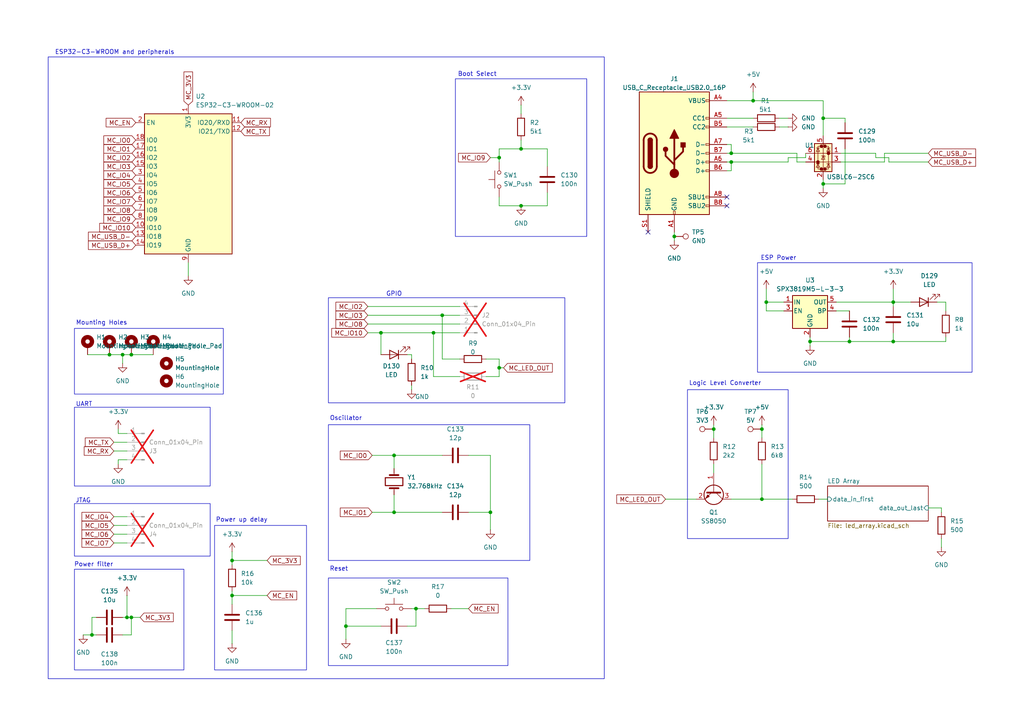
<source format=kicad_sch>
(kicad_sch (version 20250114) (generator "eeschema") (generator_version "9.0")
  (paper "A4")
  (lib_symbols
    (symbol "Connector:Conn_01x04_Pin" (pin_names (offset 1.016) (hide yes))
      (property "Reference" "J" (at 0 5.08 0))
      (property "Value" "Conn_01x04_Pin" (at 0 -7.62 0))
      (symbol "Conn_01x04_Pin_1_1"
        (rectangle (start 0.8636 2.667) (end 0 2.413) (stroke (width 0.1524)) (fill (type outline)))
        (rectangle (start 0.8636 0.127) (end 0 -0.127) (stroke (width 0.1524)) (fill (type outline)))
        (rectangle (start 0.8636 -2.413) (end 0 -2.667) (stroke (width 0.1524)) (fill (type outline)))
        (rectangle (start 0.8636 -4.953) (end 0 -5.207) (stroke (width 0.1524)) (fill (type outline)))
        (polyline (pts (xy 1.27 2.54) (xy 0.8636 2.54)) (stroke (width 0.1524)))
        (polyline (pts (xy 1.27 0) (xy 0.8636 0)) (stroke (width 0.1524)))
        (polyline (pts (xy 1.27 -2.54) (xy 0.8636 -2.54)) (stroke (width 0.1524)))
        (polyline (pts (xy 1.27 -5.08) (xy 0.8636 -5.08)) (stroke (width 0.1524)))
        (pin passive line (at 5.08 2.54 180) (length 3.81) (name "Pin_1") (number "1"))
        (pin passive line (at 5.08 0 180) (length 3.81) (name "Pin_2") (number "2"))
        (pin passive line (at 5.08 -2.54 180) (length 3.81) (name "Pin_3") (number "3"))
        (pin passive line (at 5.08 -5.08 180) (length 3.81) (name "Pin_4") (number "4"))
      )
    )
    (symbol "Connector:TestPoint" (pin_numbers (hide yes)) (pin_names (offset 0.762) (hide yes))
      (property "Reference" "TP" (at 0 6.858 0))
      (property "Value" "TestPoint" (at 0 5.08 0))
      (symbol "TestPoint_0_1"
        (circle (center 0 3.302) (radius 0.762))
      )
      (symbol "TestPoint_1_1"
        (pin passive line (at 0 0 90) (length 2.54) (name "1") (number "1"))
      )
    )
    (symbol "Connector:USB_C_Receptacle_USB2.0_16P" (pin_names (offset 1.016))
      (property "Reference" "J" (at 0 22.225 0))
      (property "Value" "USB_C_Receptacle_USB2.0_16P" (at 0 19.685 0))
      (symbol "USB_C_Receptacle_USB2.0_16P_0_0"
        (rectangle (start -0.254 -17.78) (end 0.254 -16.764))
        (rectangle (start 10.16 15.494) (end 9.144 14.986))
        (rectangle (start 10.16 10.414) (end 9.144 9.906))
        (rectangle (start 10.16 7.874) (end 9.144 7.366))
        (rectangle (start 10.16 2.794) (end 9.144 2.286))
        (rectangle (start 10.16 0.254) (end 9.144 -0.254))
        (rectangle (start 10.16 -2.286) (end 9.144 -2.794))
        (rectangle (start 10.16 -4.826) (end 9.144 -5.334))
        (rectangle (start 10.16 -12.446) (end 9.144 -12.954))
        (rectangle (start 10.16 -14.986) (end 9.144 -15.494))
      )
      (symbol "USB_C_Receptacle_USB2.0_16P_0_1"
        (rectangle (start -10.16 17.78) (end 10.16 -17.78) (stroke (width 0.254)) (fill (type background)))
        (polyline (pts (xy -8.89 -3.81) (xy -8.89 3.81)) (stroke (width 0.508)))
        (rectangle (start -7.62 -3.81) (end -6.35 3.81) (stroke (width 0.254)) (fill (type outline)))
        (arc (start -7.62 3.81) (mid -6.985 4.4423) (end -6.35 3.81) (stroke (width 0.254)))
        (arc (start -7.62 3.81) (mid -6.985 4.4423) (end -6.35 3.81) (stroke (width 0.254)) (fill (type outline)))
        (arc (start -8.89 3.81) (mid -6.985 5.7067) (end -5.08 3.81) (stroke (width 0.508)))
        (arc (start -5.08 -3.81) (mid -6.985 -5.7067) (end -8.89 -3.81) (stroke (width 0.508)))
        (arc (start -6.35 -3.81) (mid -6.985 -4.4423) (end -7.62 -3.81) (stroke (width 0.254)))
        (arc (start -6.35 -3.81) (mid -6.985 -4.4423) (end -7.62 -3.81) (stroke (width 0.254)) (fill (type outline)))
        (polyline (pts (xy -5.08 3.81) (xy -5.08 -3.81)) (stroke (width 0.508)))
        (circle (center -2.54 1.143) (radius 0.635) (stroke (width 0.254)) (fill (type outline)))
        (polyline (pts (xy -1.27 4.318) (xy 0 6.858) (xy 1.27 4.318) (xy -1.27 4.318)) (stroke (width 0.254)) (fill (type outline)))
        (polyline (pts (xy 0 -2.032) (xy 2.54 0.508) (xy 2.54 1.778)) (stroke (width 0.508)))
        (polyline (pts (xy 0 -3.302) (xy -2.54 -0.762) (xy -2.54 0.508)) (stroke (width 0.508)))
        (polyline (pts (xy 0 -5.842) (xy 0 4.318)) (stroke (width 0.508)))
        (circle (center 0 -5.842) (radius 1.27) (fill (type outline)))
        (rectangle (start 1.905 1.778) (end 3.175 3.048) (stroke (width 0.254)) (fill (type outline)))
      )
      (symbol "USB_C_Receptacle_USB2.0_16P_1_1"
        (pin passive line (at -7.62 -22.86 90) (length 5.08) (name "SHIELD") (number "S1"))
        (pin passive line (at 0 -22.86 90) (length 5.08) (name "GND") (number "A1"))
        (pin passive line (at 0 -22.86 90) (length 5.08) (hide yes) (name "GND") (number "A12"))
        (pin passive line (at 0 -22.86 90) (length 5.08) (hide yes) (name "GND") (number "B1"))
        (pin passive line (at 0 -22.86 90) (length 5.08) (hide yes) (name "GND") (number "B12"))
        (pin passive line (at 15.24 15.24 180) (length 5.08) (name "VBUS") (number "A4"))
        (pin passive line (at 15.24 15.24 180) (length 5.08) (hide yes) (name "VBUS") (number "A9"))
        (pin passive line (at 15.24 15.24 180) (length 5.08) (hide yes) (name "VBUS") (number "B4"))
        (pin passive line (at 15.24 15.24 180) (length 5.08) (hide yes) (name "VBUS") (number "B9"))
        (pin bidirectional line (at 15.24 10.16 180) (length 5.08) (name "CC1") (number "A5"))
        (pin bidirectional line (at 15.24 7.62 180) (length 5.08) (name "CC2") (number "B5"))
        (pin bidirectional line (at 15.24 2.54 180) (length 5.08) (name "D-") (number "A7"))
        (pin bidirectional line (at 15.24 0 180) (length 5.08) (name "D-") (number "B7"))
        (pin bidirectional line (at 15.24 -2.54 180) (length 5.08) (name "D+") (number "A6"))
        (pin bidirectional line (at 15.24 -5.08 180) (length 5.08) (name "D+") (number "B6"))
        (pin bidirectional line (at 15.24 -12.7 180) (length 5.08) (name "SBU1") (number "A8"))
        (pin bidirectional line (at 15.24 -15.24 180) (length 5.08) (name "SBU2") (number "B8"))
      )
    )
    (symbol "Device:C" (pin_numbers (hide yes)) (pin_names (offset 0.254))
      (property "Reference" "C" (at 0.635 2.54 0))
      (property "Value" "C" (at 0.635 -2.54 0))
      (symbol "C_0_1"
        (polyline (pts (xy -2.032 0.762) (xy 2.032 0.762)) (stroke (width 0.508)))
        (polyline (pts (xy -2.032 -0.762) (xy 2.032 -0.762)) (stroke (width 0.508)))
      )
      (symbol "C_1_1"
        (pin passive line (at 0 3.81 270) (length 2.794) (name "~") (number "1"))
        (pin passive line (at 0 -3.81 90) (length 2.794) (name "~") (number "2"))
      )
    )
    (symbol "Device:Crystal" (pin_numbers (hide yes)) (pin_names (offset 1.016) (hide yes))
      (property "Reference" "Y" (at 0 3.81 0))
      (property "Value" "Crystal" (at 0 -3.81 0))
      (symbol "Crystal_0_1"
        (polyline (pts (xy -2.54 0) (xy -1.905 0)))
        (polyline (pts (xy -1.905 -1.27) (xy -1.905 1.27)) (stroke (width 0.508)))
        (rectangle (start -1.143 2.54) (end 1.143 -2.54) (stroke (width 0.3048)))
        (polyline (pts (xy 1.905 -1.27) (xy 1.905 1.27)) (stroke (width 0.508)))
        (polyline (pts (xy 2.54 0) (xy 1.905 0)))
      )
      (symbol "Crystal_1_1"
        (pin passive line (at -3.81 0 0) (length 1.27) (name "1") (number "1"))
        (pin passive line (at 3.81 0 180) (length 1.27) (name "2") (number "2"))
      )
    )
    (symbol "Device:LED" (pin_numbers (hide yes)) (pin_names (offset 1.016) (hide yes))
      (property "Reference" "D" (at 0 2.54 0))
      (property "Value" "LED" (at 0 -2.54 0))
      (symbol "LED_0_1"
        (polyline (pts (xy -3.048 -0.762) (xy -4.572 -2.286) (xy -3.81 -2.286) (xy -4.572 -2.286) (xy -4.572 -1.524)))
        (polyline (pts (xy -1.778 -0.762) (xy -3.302 -2.286) (xy -2.54 -2.286) (xy -3.302 -2.286) (xy -3.302 -1.524)))
        (polyline (pts (xy -1.27 0) (xy 1.27 0)))
        (polyline (pts (xy -1.27 -1.27) (xy -1.27 1.27)) (stroke (width 0.254)))
        (polyline (pts (xy 1.27 -1.27) (xy 1.27 1.27) (xy -1.27 0) (xy 1.27 -1.27)) (stroke (width 0.254)))
      )
      (symbol "LED_1_1"
        (pin passive line (at -3.81 0 0) (length 2.54) (name "K") (number "1"))
        (pin passive line (at 3.81 0 180) (length 2.54) (name "A") (number "2"))
      )
    )
    (symbol "Device:R" (pin_numbers (hide yes)) (pin_names (offset 0))
      (property "Reference" "R" (at 2.032 0 90))
      (property "Value" "R" (at 0 0 90))
      (symbol "R_0_1"
        (rectangle (start -1.016 -2.54) (end 1.016 2.54) (stroke (width 0.254)))
      )
      (symbol "R_1_1"
        (pin passive line (at 0 3.81 270) (length 1.27) (name "~") (number "1"))
        (pin passive line (at 0 -3.81 90) (length 1.27) (name "~") (number "2"))
      )
    )
    (symbol "Mechanical:MountingHole" (pin_names (offset 1.016)) (in_bom no)
      (property "Reference" "H" (at 0 5.08 0))
      (property "Value" "MountingHole" (at 0 3.175 0))
      (symbol "MountingHole_0_1"
        (circle (center 0 0) (radius 1.27) (stroke (width 1.27)))
      )
    )
    (symbol "Mechanical:MountingHole_Pad" (pin_numbers (hide yes)) (pin_names (offset 1.016) (hide yes)) (in_bom no)
      (property "Reference" "H" (at 0 6.35 0))
      (property "Value" "MountingHole_Pad" (at 0 4.445 0))
      (symbol "MountingHole_Pad_0_1"
        (circle (center 0 1.27) (radius 1.27) (stroke (width 1.27)))
      )
      (symbol "MountingHole_Pad_1_1"
        (pin input line (at 0 -2.54 90) (length 2.54) (name "1") (number "1"))
      )
    )
    (symbol "Power_Protection:USBLC6-2SC6" (pin_names (hide yes))
      (property "Reference" "U" (at 0.635 5.715 0))
      (property "Value" "USBLC6-2SC6" (at 0.635 3.81 0))
      (symbol "USBLC6-2SC6_0_0"
        (circle (center -1.524 0) (radius 0.0001) (stroke (width 0.508)))
        (circle (center -0.508 2.032) (radius 0.0001) (stroke (width 0.508)))
        (circle (center -0.508 -4.572) (radius 0.0001) (stroke (width 0.508)))
        (circle (center 0.508 2.032) (radius 0.0001) (stroke (width 0.508)))
        (circle (center 0.508 -4.572) (radius 0.0001) (stroke (width 0.508)))
        (circle (center 1.524 -2.54) (radius 0.0001) (stroke (width 0.508)))
      )
      (symbol "USBLC6-2SC6_0_1"
        (polyline (pts (xy -2.54 0) (xy 2.54 0)))
        (polyline (pts (xy -2.54 -2.54) (xy 2.54 -2.54)))
        (polyline (pts (xy -2.032 0.508) (xy -1.016 0.508) (xy -1.524 1.524) (xy -2.032 0.508)))
        (polyline (pts (xy -2.032 -3.048) (xy -1.016 -3.048)))
        (polyline (pts (xy -1.016 1.524) (xy -2.032 1.524)))
        (polyline (pts (xy -1.016 -4.064) (xy -2.032 -4.064) (xy -1.524 -3.048) (xy -1.016 -4.064)))
        (polyline (pts (xy -0.508 -1.143) (xy -0.508 -0.762) (xy 0.508 -0.762)))
        (polyline (pts (xy 0 2.54) (xy -0.508 2.032) (xy 0.508 2.032) (xy 0 1.524) (xy 0 -4.064) (xy -0.508 -4.572) (xy 0.508 -4.572) (xy 0 -5.08)))
        (polyline (pts (xy 0.508 -1.778) (xy -0.508 -1.778) (xy 0 -0.762) (xy 0.508 -1.778)))
        (polyline (pts (xy 1.016 1.524) (xy 2.032 1.524)))
        (polyline (pts (xy 1.016 -3.048) (xy 2.032 -3.048)))
        (polyline (pts (xy 2.032 0.508) (xy 1.016 0.508) (xy 1.524 1.524) (xy 2.032 0.508)))
        (polyline (pts (xy 2.032 -4.064) (xy 1.016 -4.064) (xy 1.524 -3.048) (xy 2.032 -4.064)))
      )
      (symbol "USBLC6-2SC6_1_1"
        (rectangle (start -2.54 2.794) (end 2.54 -5.334) (stroke (width 0.254)) (fill (type background)))
        (polyline (pts (xy -0.508 2.032) (xy -1.524 2.032) (xy -1.524 -4.572) (xy -0.508 -4.572)))
        (polyline (pts (xy 0.508 -4.572) (xy 1.524 -4.572) (xy 1.524 2.032) (xy 0.508 2.032)))
        (pin passive line (at -5.08 0 0) (length 2.54) (name "I/O1") (number "1"))
        (pin passive line (at -5.08 -2.54 0) (length 2.54) (name "I/O2") (number "3"))
        (pin passive line (at 0 5.08 270) (length 2.54) (name "VBUS") (number "5"))
        (pin passive line (at 0 -7.62 90) (length 2.54) (name "GND") (number "2"))
        (pin passive line (at 5.08 0 180) (length 2.54) (name "I/O1") (number "6"))
        (pin passive line (at 5.08 -2.54 180) (length 2.54) (name "I/O2") (number "4"))
      )
    )
    (symbol "RF_Module:ESP32-C3-WROOM-02"
      (property "Reference" "U" (at -12.192 21.336 0))
      (property "Value" "ESP32-C3-WROOM-02" (at 12.192 21.336 0))
      (symbol "ESP32-C3-WROOM-02_1_1"
        (rectangle (start -12.7 20.32) (end 12.7 -20.32) (stroke (width 0.254)) (fill (type background)))
        (pin input line (at -15.24 17.78 0) (length 2.54) (name "EN") (number "2"))
        (pin bidirectional line (at -15.24 12.7 0) (length 2.54) (name "IO0") (number "18"))
        (pin bidirectional line (at -15.24 10.16 0) (length 2.54) (name "IO1") (number "17"))
        (pin bidirectional line (at -15.24 7.62 0) (length 2.54) (name "IO2") (number "16"))
        (pin bidirectional line (at -15.24 5.08 0) (length 2.54) (name "IO3") (number "15"))
        (pin bidirectional line (at -15.24 2.54 0) (length 2.54) (name "IO4") (number "3"))
        (pin bidirectional line (at -15.24 0 0) (length 2.54) (name "IO5") (number "4"))
        (pin bidirectional line (at -15.24 -2.54 0) (length 2.54) (name "IO6") (number "5"))
        (pin bidirectional line (at -15.24 -5.08 0) (length 2.54) (name "IO7") (number "6"))
        (pin bidirectional line (at -15.24 -7.62 0) (length 2.54) (name "IO8") (number "7"))
        (pin bidirectional line (at -15.24 -10.16 0) (length 2.54) (name "IO9") (number "8"))
        (pin bidirectional line (at -15.24 -12.7 0) (length 2.54) (name "IO10") (number "10"))
        (pin bidirectional line (at -15.24 -15.24 0) (length 2.54) (name "IO18") (number "13"))
        (pin bidirectional line (at -15.24 -17.78 0) (length 2.54) (name "IO19") (number "14"))
        (pin power_in line (at 0 22.86 270) (length 2.54) (name "3V3") (number "1"))
        (pin passive line (at 0 -22.86 90) (length 2.54) (hide yes) (name "GND") (number "19"))
        (pin power_in line (at 0 -22.86 90) (length 2.54) (name "GND") (number "9"))
        (pin bidirectional line (at 15.24 17.78 180) (length 2.54) (name "IO20/RXD") (number "11"))
        (pin bidirectional line (at 15.24 15.24 180) (length 2.54) (name "IO21/TXD") (number "12"))
      )
    )
    (symbol "Regulator_Linear:SPX3819M5-L-3-3" (pin_names (offset 0.254))
      (property "Reference" "U" (at -3.81 5.715 0))
      (property "Value" "SPX3819M5-L-3-3" (at 0 5.715 0))
      (symbol "SPX3819M5-L-3-3_0_1"
        (rectangle (start -5.08 4.445) (end 5.08 -5.08) (stroke (width 0.254)) (fill (type background)))
      )
      (symbol "SPX3819M5-L-3-3_1_1"
        (pin power_in line (at -7.62 2.54 0) (length 2.54) (name "IN") (number "1"))
        (pin input line (at -7.62 0 0) (length 2.54) (name "EN") (number "3"))
        (pin power_in line (at 0 -7.62 90) (length 2.54) (name "GND") (number "2"))
        (pin power_out line (at 7.62 2.54 180) (length 2.54) (name "OUT") (number "5"))
        (pin input line (at 7.62 0 180) (length 2.54) (name "BP") (number "4"))
      )
    )
    (symbol "Switch:SW_Push" (pin_numbers (hide yes)) (pin_names (offset 1.016) (hide yes))
      (property "Reference" "SW" (at 1.27 2.54 0))
      (property "Value" "SW_Push" (at 0 -1.524 0))
      (symbol "SW_Push_0_1"
        (circle (center -2.032 0) (radius 0.508))
        (polyline (pts (xy 0 1.27) (xy 0 3.048)))
        (circle (center 2.032 0) (radius 0.508))
        (polyline (pts (xy 2.54 1.27) (xy -2.54 1.27)))
        (pin passive line (at -5.08 0 0) (length 2.54) (name "1") (number "1"))
        (pin passive line (at 5.08 0 180) (length 2.54) (name "2") (number "2"))
      )
    )
    (symbol "Transistor_BJT:SS8050" (pin_names (offset 0) (hide yes))
      (property "Reference" "Q" (at 5.08 1.905 0))
      (property "Value" "SS8050" (at 5.08 0 0))
      (symbol "SS8050_0_1"
        (polyline (pts (xy -2.54 0) (xy 0.635 0)))
        (polyline (pts (xy 0.635 1.905) (xy 0.635 -1.905)) (stroke (width 0.508)))
        (circle (center 1.27 0) (radius 2.8194) (stroke (width 0.254)))
      )
      (symbol "SS8050_1_1"
        (polyline (pts (xy 0.635 0.635) (xy 2.54 2.54)))
        (polyline (pts (xy 0.635 -0.635) (xy 2.54 -2.54)))
        (polyline (pts (xy 1.27 -1.778) (xy 1.778 -1.27) (xy 2.286 -2.286) (xy 1.27 -1.778)) (fill (type outline)))
        (pin input line (at -5.08 0 0) (length 2.54) (name "B") (number "1"))
        (pin passive line (at 2.54 5.08 270) (length 2.54) (name "C") (number "3"))
        (pin passive line (at 2.54 -5.08 90) (length 2.54) (name "E") (number "2"))
      )
    )
    (symbol "power:+3.3V" (power) (pin_numbers (hide yes)) (pin_names (offset 0) (hide yes))
      (property "Value" "+3.3V" (at 0 3.556 0))
      (symbol "+3.3V_0_1"
        (polyline (pts (xy -0.762 1.27) (xy 0 2.54)))
        (polyline (pts (xy 0 2.54) (xy 0.762 1.27)))
        (polyline (pts (xy 0 0) (xy 0 2.54)))
      )
      (symbol "+3.3V_1_1"
        (pin power_in line (at 0 0 90) (length 0) (name "~") (number "1"))
      )
    )
    (symbol "power:+5V" (power) (pin_numbers (hide yes)) (pin_names (offset 0) (hide yes))
      (property "Value" "+5V" (at 0 3.556 0))
      (symbol "+5V_0_1"
        (polyline (pts (xy -0.762 1.27) (xy 0 2.54)))
        (polyline (pts (xy 0 2.54) (xy 0.762 1.27)))
        (polyline (pts (xy 0 0) (xy 0 2.54)))
      )
      (symbol "+5V_1_1"
        (pin power_in line (at 0 0 90) (length 0) (name "~") (number "1"))
      )
    )
    (symbol "power:GND" (power) (pin_numbers (hide yes)) (pin_names (offset 0) (hide yes))
      (property "Value" "GND" (at 0 -3.81 0))
      (symbol "GND_0_1"
        (polyline (pts (xy 0 0) (xy 0 -1.27) (xy 1.27 -1.27) (xy 0 -2.54) (xy -1.27 -1.27) (xy 0 -1.27)))
      )
      (symbol "GND_1_1"
        (pin power_in line (at 0 0 270) (length 0) (name "~") (number "1"))
      )
    )
  )
  (rectangle (start 13.97 16.51) (end 175.26 196.85))
  (rectangle (start 95.25 86.36) (end 163.83 116.84))
  (rectangle (start 132.08 22.86) (end 170.18 68.58))
  (rectangle (start 62.23 152.4) (end 88.9 194.31))
  (rectangle (start 95.25 167.64) (end 147.32 193.04))
  (rectangle (start 219.71 76.2) (end 281.94 107.95))
  (rectangle (start 21.59 146.05) (end 60.96 161.29))
  (rectangle (start 95.25 123.19) (end 153.67 162.56))
  (rectangle (start 21.59 118.11) (end 60.96 140.97))
  (rectangle (start 21.59 165.1) (end 53.34 194.31))
  (rectangle (start 199.39 113.03) (end 228.6 156.21))
  (rectangle (start 21.59 95.25) (end 64.77 114.3))
  (text "Power filter" (at 27.178 163.83 0) (effects (font (size 1.27 1.27))))
  (text "UART" (at 24.384 117.348 0) (effects (font (size 1.27 1.27))))
  (text "Power up delay" (at 70.104 150.876 0) (effects (font (size 1.27 1.27))))
  (text "Logic Level Converter" (at 210.312 111.252 0) (effects (font (size 1.27 1.27))))
  (text "Boot Select" (at 138.43 21.59 0) (effects (font (size 1.27 1.27))))
  (text "JTAG" (at 24.13 145.288 0) (effects (font (size 1.27 1.27))))
  (text "Oscillator" (at 100.33 121.412 0) (effects (font (size 1.27 1.27))))
  (text "Reset" (at 98.298 165.1 0) (effects (font (size 1.27 1.27))))
  (text "ESP32-C3-WROOM and peripherals" (at 33.274 15.24 0) (effects (font (size 1.27 1.27))))
  (text "ESP Power" (at 225.806 74.93 0) (effects (font (size 1.27 1.27))))
  (text "GPIO" (at 114.3 85.344 0) (effects (font (size 1.27 1.27))))
  (text "Mounting Holes" (at 29.464 93.726 0) (effects (font (size 1.27 1.27))))
  (junction (at 67.31 162.56))
  (junction (at 195.58 68.58))
  (junction (at 246.38 99.06))
  (junction (at 151.13 59.69))
  (junction (at 212.09 44.45))
  (junction (at 128.27 91.44))
  (junction (at 67.31 172.72))
  (junction (at 35.56 102.87))
  (junction (at 234.95 99.06))
  (junction (at 31.75 102.87))
  (junction (at 220.98 144.78))
  (junction (at 218.44 29.21))
  (junction (at 26.67 184.15))
  (junction (at 125.73 96.52))
  (junction (at 259.08 99.06))
  (junction (at 144.78 106.68))
  (junction (at 238.76 34.29))
  (junction (at 36.83 179.07))
  (junction (at 151.13 43.18))
  (junction (at 38.1 102.87))
  (junction (at 120.65 176.53))
  (junction (at 220.98 124.46))
  (junction (at 114.3 148.59))
  (junction (at 110.49 96.52))
  (junction (at 222.25 87.63))
  (junction (at 238.76 53.34))
  (junction (at 38.1 179.07))
  (junction (at 100.33 181.61))
  (junction (at 144.78 45.72))
  (junction (at 207.01 124.46))
  (junction (at 259.08 87.63))
  (junction (at 142.24 148.59))
  (junction (at 114.3 132.08))
  (junction (at 212.09 46.99))
  (no_connect (at 187.96 67.31))
  (no_connect (at 210.82 57.15))
  (no_connect (at 210.82 59.69))
  (wire (pts (xy 119.38 111.76) (xy 119.38 113.03)))
  (wire (pts (xy 193.04 144.78) (xy 201.93 144.78)))
  (wire (pts (xy 227.33 87.63) (xy 222.25 87.63)))
  (wire (pts (xy 226.06 36.83) (xy 228.6 36.83)))
  (wire (pts (xy 35.56 102.87) (xy 38.1 102.87)))
  (wire (pts (xy 110.49 96.52) (xy 110.49 102.87)))
  (wire (pts (xy 254 44.45) (xy 254 45.72)))
  (wire (pts (xy 245.11 43.18) (xy 245.11 53.34)))
  (wire (pts (xy 33.02 152.4) (xy 36.83 152.4)))
  (wire (pts (xy 125.73 96.52) (xy 133.35 96.52)))
  (wire (pts (xy 210.82 46.99) (xy 212.09 46.99)))
  (wire (pts (xy 100.33 181.61) (xy 110.49 181.61)))
  (wire (pts (xy 67.31 162.56) (xy 67.31 163.83)))
  (wire (pts (xy 106.68 88.9) (xy 133.35 88.9)))
  (wire (pts (xy 218.44 26.67) (xy 218.44 29.21)))
  (wire (pts (xy 100.33 176.53) (xy 100.33 181.61)))
  (wire (pts (xy 245.11 53.34) (xy 238.76 53.34)))
  (wire (pts (xy 231.14 46.99) (xy 231.14 44.45)))
  (wire (pts (xy 26.67 179.07) (xy 26.67 184.15)))
  (wire (pts (xy 273.05 147.32) (xy 269.24 147.32)))
  (wire (pts (xy 118.11 181.61) (xy 120.65 181.61)))
  (wire (pts (xy 207.01 124.46) (xy 207.01 127)))
  (wire (pts (xy 212.09 49.53) (xy 210.82 49.53)))
  (wire (pts (xy 144.78 59.69) (xy 151.13 59.69)))
  (wire (pts (xy 135.89 148.59) (xy 142.24 148.59)))
  (wire (pts (xy 222.25 87.63) (xy 222.25 90.17)))
  (wire (pts (xy 33.02 157.48) (xy 36.83 157.48)))
  (wire (pts (xy 142.24 153.67) (xy 142.24 148.59)))
  (wire (pts (xy 210.82 36.83) (xy 218.44 36.83)))
  (wire (pts (xy 274.32 87.63) (xy 274.32 90.17)))
  (wire (pts (xy 273.05 148.59) (xy 273.05 147.32)))
  (wire (pts (xy 242.57 87.63) (xy 259.08 87.63)))
  (wire (pts (xy 238.76 34.29) (xy 238.76 29.21)))
  (wire (pts (xy 207.01 123.19) (xy 207.01 124.46)))
  (wire (pts (xy 254 45.72) (xy 257.81 45.72)))
  (wire (pts (xy 128.27 91.44) (xy 133.35 91.44)))
  (wire (pts (xy 144.78 59.69) (xy 144.78 57.15)))
  (wire (pts (xy 25.4 102.87) (xy 31.75 102.87)))
  (wire (pts (xy 33.02 128.27) (xy 36.83 128.27)))
  (wire (pts (xy 130.81 176.53) (xy 135.89 176.53)))
  (wire (pts (xy 133.35 109.22) (xy 125.73 109.22)))
  (wire (pts (xy 109.22 176.53) (xy 100.33 176.53)))
  (wire (pts (xy 273.05 156.21) (xy 273.05 158.75)))
  (wire (pts (xy 114.3 132.08) (xy 114.3 135.89)))
  (wire (pts (xy 195.58 67.31) (xy 195.58 68.58)))
  (wire (pts (xy 256.54 46.99) (xy 256.54 44.45)))
  (wire (pts (xy 118.11 102.87) (xy 119.38 102.87)))
  (wire (pts (xy 246.38 97.79) (xy 246.38 99.06)))
  (wire (pts (xy 158.75 48.26) (xy 158.75 43.18)))
  (wire (pts (xy 36.83 179.07) (xy 38.1 179.07)))
  (wire (pts (xy 144.78 104.14) (xy 144.78 106.68)))
  (wire (pts (xy 144.78 109.22) (xy 140.97 109.22)))
  (wire (pts (xy 67.31 160.02) (xy 67.31 162.56)))
  (wire (pts (xy 35.56 102.87) (xy 35.56 105.41)))
  (wire (pts (xy 144.78 45.72) (xy 144.78 46.99)))
  (wire (pts (xy 222.25 83.82) (xy 222.25 87.63)))
  (wire (pts (xy 259.08 99.06) (xy 274.32 99.06)))
  (wire (pts (xy 207.01 134.62) (xy 207.01 137.16)))
  (wire (pts (xy 259.08 83.82) (xy 259.08 87.63)))
  (wire (pts (xy 256.54 44.45) (xy 269.24 44.45)))
  (wire (pts (xy 34.29 125.73) (xy 36.83 125.73)))
  (wire (pts (xy 242.57 90.17) (xy 246.38 90.17)))
  (wire (pts (xy 26.67 184.15) (xy 27.94 184.15)))
  (wire (pts (xy 238.76 29.21) (xy 218.44 29.21)))
  (wire (pts (xy 234.95 97.79) (xy 234.95 99.06)))
  (wire (pts (xy 210.82 41.91) (xy 212.09 41.91)))
  (wire (pts (xy 259.08 96.52) (xy 259.08 99.06)))
  (wire (pts (xy 238.76 39.37) (xy 238.76 34.29)))
  (wire (pts (xy 106.68 91.44) (xy 128.27 91.44)))
  (wire (pts (xy 144.78 106.68) (xy 144.78 109.22)))
  (wire (pts (xy 220.98 144.78) (xy 229.87 144.78)))
  (wire (pts (xy 34.29 124.46) (xy 34.29 125.73)))
  (wire (pts (xy 27.94 179.07) (xy 26.67 179.07)))
  (wire (pts (xy 212.09 44.45) (xy 212.09 41.91)))
  (wire (pts (xy 227.33 90.17) (xy 222.25 90.17)))
  (wire (pts (xy 234.95 99.06) (xy 246.38 99.06)))
  (wire (pts (xy 259.08 87.63) (xy 264.16 87.63)))
  (wire (pts (xy 67.31 172.72) (xy 67.31 171.45)))
  (wire (pts (xy 38.1 102.87) (xy 44.45 102.87)))
  (wire (pts (xy 245.11 34.29) (xy 245.11 35.56)))
  (wire (pts (xy 142.24 148.59) (xy 142.24 132.08)))
  (wire (pts (xy 257.81 46.99) (xy 269.24 46.99)))
  (wire (pts (xy 33.02 154.94) (xy 36.83 154.94)))
  (wire (pts (xy 212.09 46.99) (xy 212.09 49.53)))
  (wire (pts (xy 233.68 44.45) (xy 233.68 45.72)))
  (wire (pts (xy 135.89 132.08) (xy 142.24 132.08)))
  (wire (pts (xy 151.13 30.48) (xy 151.13 33.02)))
  (wire (pts (xy 110.49 96.52) (xy 125.73 96.52)))
  (wire (pts (xy 158.75 59.69) (xy 158.75 55.88)))
  (wire (pts (xy 33.02 149.86) (xy 36.83 149.86)))
  (wire (pts (xy 38.1 179.07) (xy 38.1 184.15)))
  (wire (pts (xy 144.78 106.68) (xy 146.05 106.68)))
  (wire (pts (xy 114.3 148.59) (xy 128.27 148.59)))
  (wire (pts (xy 238.76 34.29) (xy 245.11 34.29)))
  (wire (pts (xy 212.09 144.78) (xy 220.98 144.78)))
  (wire (pts (xy 38.1 179.07) (xy 40.64 179.07)))
  (wire (pts (xy 133.35 104.14) (xy 128.27 104.14)))
  (wire (pts (xy 246.38 99.06) (xy 259.08 99.06)))
  (wire (pts (xy 212.09 44.45) (xy 231.14 44.45)))
  (wire (pts (xy 226.06 34.29) (xy 228.6 34.29)))
  (wire (pts (xy 238.76 52.07) (xy 238.76 53.34)))
  (wire (pts (xy 237.49 144.78) (xy 240.03 144.78)))
  (wire (pts (xy 220.98 123.19) (xy 220.98 124.46)))
  (wire (pts (xy 195.58 68.58) (xy 195.58 69.85)))
  (wire (pts (xy 125.73 109.22) (xy 125.73 96.52)))
  (wire (pts (xy 210.82 44.45) (xy 212.09 44.45)))
  (wire (pts (xy 26.67 184.15) (xy 24.13 184.15)))
  (wire (pts (xy 234.95 99.06) (xy 234.95 100.33)))
  (wire (pts (xy 35.56 184.15) (xy 38.1 184.15)))
  (wire (pts (xy 271.78 87.63) (xy 274.32 87.63)))
  (wire (pts (xy 100.33 181.61) (xy 100.33 185.42)))
  (wire (pts (xy 220.98 124.46) (xy 220.98 127)))
  (wire (pts (xy 67.31 172.72) (xy 67.31 175.26)))
  (wire (pts (xy 142.24 45.72) (xy 144.78 45.72)))
  (wire (pts (xy 233.68 46.99) (xy 231.14 46.99)))
  (wire (pts (xy 33.02 130.81) (xy 36.83 130.81)))
  (wire (pts (xy 106.68 93.98) (xy 133.35 93.98)))
  (wire (pts (xy 119.38 176.53) (xy 120.65 176.53)))
  (wire (pts (xy 114.3 132.08) (xy 128.27 132.08)))
  (wire (pts (xy 243.84 44.45) (xy 254 44.45)))
  (wire (pts (xy 233.68 45.72) (xy 228.6 45.72)))
  (wire (pts (xy 151.13 40.64) (xy 151.13 43.18)))
  (wire (pts (xy 114.3 143.51) (xy 114.3 148.59)))
  (wire (pts (xy 243.84 46.99) (xy 256.54 46.99)))
  (wire (pts (xy 119.38 102.87) (xy 119.38 104.14)))
  (wire (pts (xy 107.95 132.08) (xy 114.3 132.08)))
  (wire (pts (xy 106.68 96.52) (xy 110.49 96.52)))
  (wire (pts (xy 228.6 45.72) (xy 228.6 46.99)))
  (wire (pts (xy 151.13 59.69) (xy 158.75 59.69)))
  (wire (pts (xy 31.75 102.87) (xy 35.56 102.87)))
  (wire (pts (xy 67.31 162.56) (xy 77.47 162.56)))
  (wire (pts (xy 35.56 179.07) (xy 36.83 179.07)))
  (wire (pts (xy 107.95 148.59) (xy 114.3 148.59)))
  (wire (pts (xy 220.98 134.62) (xy 220.98 144.78)))
  (wire (pts (xy 54.61 76.2) (xy 54.61 80.01)))
  (wire (pts (xy 257.81 45.72) (xy 257.81 46.99)))
  (wire (pts (xy 120.65 176.53) (xy 123.19 176.53)))
  (wire (pts (xy 274.32 97.79) (xy 274.32 99.06)))
  (wire (pts (xy 120.65 181.61) (xy 120.65 176.53)))
  (wire (pts (xy 158.75 43.18) (xy 151.13 43.18)))
  (wire (pts (xy 259.08 87.63) (xy 259.08 88.9)))
  (wire (pts (xy 210.82 29.21) (xy 218.44 29.21)))
  (wire (pts (xy 212.09 46.99) (xy 228.6 46.99)))
  (wire (pts (xy 128.27 104.14) (xy 128.27 91.44)))
  (wire (pts (xy 67.31 182.88) (xy 67.31 186.69)))
  (wire (pts (xy 151.13 43.18) (xy 144.78 43.18)))
  (wire (pts (xy 77.47 172.72) (xy 67.31 172.72)))
  (wire (pts (xy 36.83 133.35) (xy 34.29 133.35)))
  (wire (pts (xy 238.76 53.34) (xy 238.76 54.61)))
  (wire (pts (xy 210.82 34.29) (xy 218.44 34.29)))
  (wire (pts (xy 34.29 133.35) (xy 34.29 134.62)))
  (wire (pts (xy 140.97 104.14) (xy 144.78 104.14)))
  (wire (pts (xy 36.83 172.72) (xy 36.83 179.07)))
  (wire (pts (xy 144.78 43.18) (xy 144.78 45.72)))
  (global_label "MC_3V3" (shape input) (at 54.61 30.48 90) (property "Intersheetrefs" "${INTERSHEET_REFS}" (effects (hide yes))))
  (global_label "MC_LED_OUT" (shape input) (at 146.05 106.68 0) (property "Intersheetrefs" "${INTERSHEET_REFS}" (effects (hide yes))))
  (global_label "MC_USB_D-" (shape input) (at 39.37 68.58 180) (property "Intersheetrefs" "${INTERSHEET_REFS}" (effects (hide yes))))
  (global_label "MC_IO3" (shape input) (at 39.37 48.26 180) (property "Intersheetrefs" "${INTERSHEET_REFS}" (effects (hide yes))))
  (global_label "MC_USB_D+" (shape input) (at 269.24 46.99 0) (property "Intersheetrefs" "${INTERSHEET_REFS}" (effects (hide yes))))
  (global_label "MC_RX" (shape input) (at 33.02 130.81 180) (property "Intersheetrefs" "${INTERSHEET_REFS}" (effects (hide yes))))
  (global_label "MC_IO1" (shape input) (at 107.95 148.59 180) (property "Intersheetrefs" "${INTERSHEET_REFS}" (effects (hide yes))))
  (global_label "MC_IO6" (shape input) (at 39.37 55.88 180) (property "Intersheetrefs" "${INTERSHEET_REFS}" (effects (hide yes))))
  (global_label "MC_IO10" (shape input) (at 106.68 96.52 180) (property "Intersheetrefs" "${INTERSHEET_REFS}" (effects (hide yes))))
  (global_label "MC_IO0" (shape input) (at 39.37 40.64 180) (property "Intersheetrefs" "${INTERSHEET_REFS}" (effects (hide yes))))
  (global_label "MC_IO8" (shape input) (at 106.68 93.98 180) (property "Intersheetrefs" "${INTERSHEET_REFS}" (effects (hide yes))))
  (global_label "MC_IO4" (shape input) (at 33.02 149.86 180) (property "Intersheetrefs" "${INTERSHEET_REFS}" (effects (hide yes))))
  (global_label "MC_IO1" (shape input) (at 39.37 43.18 180) (property "Intersheetrefs" "${INTERSHEET_REFS}" (effects (hide yes))))
  (global_label "MC_RX" (shape input) (at 69.85 35.56 0) (property "Intersheetrefs" "${INTERSHEET_REFS}" (effects (hide yes))))
  (global_label "MC_EN" (shape input) (at 77.47 172.72 0) (property "Intersheetrefs" "${INTERSHEET_REFS}" (effects (hide yes))))
  (global_label "MC_IO5" (shape input) (at 39.37 53.34 180) (property "Intersheetrefs" "${INTERSHEET_REFS}" (effects (hide yes))))
  (global_label "MC_IO2" (shape input) (at 39.37 45.72 180) (property "Intersheetrefs" "${INTERSHEET_REFS}" (effects (hide yes))))
  (global_label "MC_IO7" (shape input) (at 39.37 58.42 180) (property "Intersheetrefs" "${INTERSHEET_REFS}" (effects (hide yes))))
  (global_label "MC_EN" (shape input) (at 39.37 35.56 180) (property "Intersheetrefs" "${INTERSHEET_REFS}" (effects (hide yes))))
  (global_label "MC_IO3" (shape input) (at 106.68 91.44 180) (property "Intersheetrefs" "${INTERSHEET_REFS}" (effects (hide yes))))
  (global_label "MC_IO5" (shape input) (at 33.02 152.4 180) (property "Intersheetrefs" "${INTERSHEET_REFS}" (effects (hide yes))))
  (global_label "MC_3V3" (shape input) (at 77.47 162.56 0) (property "Intersheetrefs" "${INTERSHEET_REFS}" (effects (hide yes))))
  (global_label "MC_USB_D+" (shape input) (at 39.37 71.12 180) (property "Intersheetrefs" "${INTERSHEET_REFS}" (effects (hide yes))))
  (global_label "MC_IO9" (shape input) (at 39.37 63.5 180) (property "Intersheetrefs" "${INTERSHEET_REFS}" (effects (hide yes))))
  (global_label "MC_LED_OUT" (shape input) (at 193.04 144.78 180) (property "Intersheetrefs" "${INTERSHEET_REFS}" (effects (hide yes))))
  (global_label "MC_IO6" (shape input) (at 33.02 154.94 180) (property "Intersheetrefs" "${INTERSHEET_REFS}" (effects (hide yes))))
  (global_label "MC_IO4" (shape input) (at 39.37 50.8 180) (property "Intersheetrefs" "${INTERSHEET_REFS}" (effects (hide yes))))
  (global_label "MC_IO10" (shape input) (at 39.37 66.04 180) (property "Intersheetrefs" "${INTERSHEET_REFS}" (effects (hide yes))))
  (global_label "MC_TX" (shape input) (at 69.85 38.1 0) (property "Intersheetrefs" "${INTERSHEET_REFS}" (effects (hide yes))))
  (global_label "MC_IO9" (shape input) (at 142.24 45.72 180) (property "Intersheetrefs" "${INTERSHEET_REFS}" (effects (hide yes))))
  (global_label "MC_IO8" (shape input) (at 39.37 60.96 180) (property "Intersheetrefs" "${INTERSHEET_REFS}" (effects (hide yes))))
  (global_label "MC_IO7" (shape input) (at 33.02 157.48 180) (property "Intersheetrefs" "${INTERSHEET_REFS}" (effects (hide yes))))
  (global_label "MC_IO0" (shape input) (at 107.95 132.08 180) (property "Intersheetrefs" "${INTERSHEET_REFS}" (effects (hide yes))))
  (global_label "MC_EN" (shape input) (at 135.89 176.53 0) (property "Intersheetrefs" "${INTERSHEET_REFS}" (effects (hide yes))))
  (global_label "MC_USB_D-" (shape input) (at 269.24 44.45 0) (property "Intersheetrefs" "${INTERSHEET_REFS}" (effects (hide yes))))
  (global_label "MC_IO2" (shape input) (at 106.68 88.9 180) (property "Intersheetrefs" "${INTERSHEET_REFS}" (effects (hide yes))))
  (global_label "MC_TX" (shape input) (at 33.02 128.27 180) (property "Intersheetrefs" "${INTERSHEET_REFS}" (effects (hide yes))))
  (global_label "MC_3V3" (shape input) (at 40.64 179.07 0) (property "Intersheetrefs" "${INTERSHEET_REFS}" (effects (hide yes))))
  (symbol (lib_id "Device:C") (at 67.31 179.07 0) (unit 1)
    (property "Reference" "C136" (at 71.12 177.7999 0) (effects (justify left)))
    (property "Value" "1u" (at 71.12 180.3399 0) (effects (justify left)))
    (property "Footprint" "Capacitor_SMD:C_0603_1608Metric" (effects (hide yes)))
    (property "Description" "Unpolarized capacitor" (effects (hide yes)))
  )
  (symbol (lib_id "power:GND") (at 119.38 113.03 0) (unit 1)
    (property "Reference" "#PWR0280" (effects (hide yes)))
    (property "Value" "GND" (at 122.428 115.062 0))
    (property "Description" "Power symbol creates a global label with name \"GND\" , ground" (effects (hide yes)))
  )
  (symbol (lib_id "power:GND") (at 35.56 105.41 0) (unit 1)
    (property "Reference" "#PWR0279" (effects (hide yes)))
    (property "Value" "GND" (at 35.56 110.49 0))
    (property "Description" "Power symbol creates a global label with name \"GND\" , ground" (effects (hide yes)))
  )
  (symbol (lib_id "power:GND") (at 100.33 185.42 0) (unit 1)
    (property "Reference" "#PWR0260" (effects (hide yes)))
    (property "Value" "GND" (at 100.33 190.5 0))
    (property "Description" "Power symbol creates a global label with name \"GND\" , ground" (effects (hide yes)))
  )
  (symbol (lib_id "power:+3.3V") (at 36.83 172.72 0) (unit 1)
    (property "Reference" "#PWR0265" (effects (hide yes)))
    (property "Value" "+3.3V" (at 36.83 167.64 0))
    (property "Description" "Power symbol creates a global label with name \"+3.3V\"" (effects (hide yes)))
  )
  (symbol (lib_id "power:GND") (at 54.61 80.01 0) (unit 1)
    (property "Reference" "#PWR0268" (effects (hide yes)))
    (property "Value" "GND" (at 54.61 85.09 0))
    (property "Description" "Power symbol creates a global label with name \"GND\" , ground" (effects (hide yes)))
  )
  (symbol (lib_id "Mechanical:MountingHole_Pad") (at 31.75 100.33 0) (unit 1) (in_bom no)
    (property "Reference" "H2" (at 34.29 97.7899 0) (effects (justify left)))
    (property "Value" "MountingHole_Pad" (at 34.29 100.3299 0) (effects (justify left)))
    (property "Footprint" "MountingHole:MountingHole_2.7mm_M2.5_DIN965_Pad" (effects (hide yes)))
    (property "Description" "Mounting Hole with connection" (effects (hide yes)))
  )
  (symbol (lib_id "Regulator_Linear:SPX3819M5-L-3-3") (at 234.95 90.17 0) (unit 1)
    (property "Reference" "U3" (at 234.95 81.28 0))
    (property "Value" "SPX3819M5-L-3-3" (at 234.95 83.82 0))
    (property "Footprint" "Package_TO_SOT_SMD:SOT-23-5" (effects (hide yes)))
    (property "Datasheet" "https://www.exar.com/content/document.ashx?id=22106&languageid=1033&type=Datasheet&partnumber=SPX3819&filename=SPX3819.pdf&part=SPX3819" (effects (hide yes)))
    (property "Description" "500mA Low drop-out regulator, Fixed Output 3.3V, SOT-23-5" (effects (hide yes)))
    (property "JLCPCB Part" "C20617301" (effects (hide yes)))
  )
  (symbol (lib_id "Device:R") (at 274.32 93.98 0) (unit 1)
    (property "Reference" "R8" (at 276.86 92.7099 0) (effects (justify left)))
    (property "Value" "1k" (at 276.86 95.2499 0) (effects (justify left)))
    (property "Footprint" "Resistor_SMD:R_0603_1608Metric" (effects (hide yes)))
    (property "Description" "Resistor" (effects (hide yes)))
  )
  (symbol (lib_id "power:+3.3V") (at 259.08 83.82 0) (unit 1)
    (property "Reference" "#PWR0272" (effects (hide yes)))
    (property "Value" "+3.3V" (at 259.08 78.74 0))
    (property "Description" "Power symbol creates a global label with name \"+3.3V\"" (effects (hide yes)))
  )
  (symbol (lib_id "power:GND") (at 238.76 54.61 0) (mirror y) (unit 1)
    (property "Reference" "#PWR0269" (effects (hide yes)))
    (property "Value" "GND" (at 238.76 59.69 0))
    (property "Description" "Power symbol creates a global label with name \"GND\" , ground" (effects (hide yes)))
  )
  (symbol (lib_id "Device:R") (at 273.05 152.4 0) (unit 1)
    (property "Reference" "R15" (at 275.59 151.1299 0) (effects (justify left)))
    (property "Value" "500" (at 275.59 153.6699 0) (effects (justify left)))
    (property "Footprint" "Resistor_SMD:R_0603_1608Metric" (effects (hide yes)))
    (property "Description" "Resistor" (effects (hide yes)))
  )
  (symbol (lib_id "Power_Protection:USBLC6-2SC6") (at 238.76 44.45 0) (mirror y) (unit 1)
    (property "Reference" "U1" (at 233.426 42.164 0) (effects (justify right)))
    (property "Value" "USBLC6-2SC6" (at 239.776 51.308 0) (effects (justify right)))
    (property "Footprint" "Package_TO_SOT_SMD:SOT-23-6" (effects (hide yes)))
    (property "Datasheet" "https://www.st.com/resource/en/datasheet/usblc6-2.pdf" (effects (hide yes)))
    (property "Description" "Very low capacitance ESD protection diode, 2 data-line, SOT-23-6" (effects (hide yes)))
  )
  (symbol (lib_id "power:GND") (at 67.31 186.69 0) (unit 1)
    (property "Reference" "#PWR0262" (effects (hide yes)))
    (property "Value" "GND" (at 67.31 191.77 0))
    (property "Description" "Power symbol creates a global label with name \"GND\" , ground" (effects (hide yes)))
  )
  (symbol (lib_id "power:GND") (at 273.05 158.75 0) (unit 1)
    (property "Reference" "#PWR0257" (effects (hide yes)))
    (property "Value" "GND" (at 273.05 163.83 0))
    (property "Description" "Power symbol creates a global label with name \"GND\" , ground" (effects (hide yes)))
  )
  (symbol (lib_id "Device:R") (at 127 176.53 90) (unit 1)
    (property "Reference" "R17" (at 127 170.18 90))
    (property "Value" "0" (at 127 172.72 90))
    (property "Footprint" "Resistor_SMD:R_0603_1608Metric" (effects (hide yes)))
    (property "Description" "Resistor" (effects (hide yes)))
  )
  (symbol (lib_id "Connector:USB_C_Receptacle_USB2.0_16P") (at 195.58 44.45 0) (unit 1)
    (property "Reference" "J1" (at 195.58 22.86 0))
    (property "Value" "USB_C_Receptacle_USB2.0_16P" (at 195.58 25.4 0))
    (property "Footprint" "Connector_USB:USB_C_Receptacle_HCTL_HC-TYPE-C-16P-01A" (effects (hide yes)))
    (property "Datasheet" "https://www.usb.org/sites/default/files/documents/usb_type-c.zip" (effects (hide yes)))
    (property "Description" "USB 2.0-only 16P Type-C Receptacle connector" (effects (hide yes)))
    (property "JLCPCB Part" "C393939" (effects (hide yes)))
  )
  (symbol (lib_id "power:GND") (at 34.29 134.62 0) (unit 1)
    (property "Reference" "#PWR0267" (effects (hide yes)))
    (property "Value" "GND" (at 34.29 139.7 0))
    (property "Description" "Power symbol creates a global label with name \"GND\" , ground" (effects (hide yes)))
  )
  (symbol (lib_id "Switch:SW_Push") (at 114.3 176.53 0) (unit 1)
    (property "Reference" "SW2" (at 114.3 168.91 0))
    (property "Value" "SW_Push" (at 114.3 171.45 0))
    (property "Footprint" "Button_Switch_SMD:SW_Push_1P1T_XKB_TS-1187A" (effects (hide yes)))
    (property "Description" "Push button switch, generic, two pins" (effects (hide yes)))
    (property "JLCPCB Part" "C318884" (effects (hide yes)))
  )
  (symbol (lib_id "Device:C") (at 158.75 52.07 0) (unit 1)
    (property "Reference" "C130" (at 162.56 50.7999 0) (effects (justify left)))
    (property "Value" "100n" (at 162.56 53.3399 0) (effects (justify left)))
    (property "Footprint" "Capacitor_SMD:C_0603_1608Metric" (effects (hide yes)))
    (property "Description" "Unpolarized capacitor" (effects (hide yes)))
  )
  (symbol (lib_id "Device:R") (at 119.38 107.95 0) (unit 1)
    (property "Reference" "R10" (at 121.92 106.6799 0) (effects (justify left)))
    (property "Value" "1k" (at 121.92 109.2199 0) (effects (justify left)))
    (property "Footprint" "Resistor_SMD:R_0603_1608Metric" (effects (hide yes)))
    (property "Description" "Resistor" (effects (hide yes)))
  )
  (symbol (lib_id "power:GND") (at 234.95 100.33 0) (mirror y) (unit 1)
    (property "Reference" "#PWR0274" (effects (hide yes)))
    (property "Value" "GND" (at 234.95 105.41 0))
    (property "Description" "Power symbol creates a global label with name \"GND\" , ground" (effects (hide yes)))
  )
  (symbol (lib_id "Mechanical:MountingHole") (at 48.26 110.49 0) (unit 1) (in_bom no)
    (property "Reference" "H6" (at 50.8 109.2199 0) (effects (justify left)))
    (property "Value" "MountingHole" (at 50.8 111.7599 0) (effects (justify left)))
    (property "Footprint" "MountingHole:ToolingHole_1.152mm" (effects (hide yes)))
    (property "Description" "Mounting Hole without connection" (effects (hide yes)))
  )
  (symbol (lib_id "power:+3.3V") (at 67.31 160.02 0) (unit 1)
    (property "Reference" "#PWR0263" (effects (hide yes)))
    (property "Value" "+3.3V" (at 67.31 154.94 0))
    (property "Description" "Power symbol creates a global label with name \"+3.3V\"" (effects (hide yes)))
  )
  (symbol (lib_id "Device:R") (at 151.13 36.83 0) (unit 1)
    (property "Reference" "R2" (at 153.67 35.5599 0) (effects (justify left)))
    (property "Value" "5k1" (at 153.67 38.0999 0) (effects (justify left)))
    (property "Footprint" "Resistor_SMD:R_0603_1608Metric" (effects (hide yes)))
    (property "Description" "Resistor" (effects (hide yes)))
  )
  (symbol (lib_id "Device:R") (at 222.25 34.29 90) (unit 1)
    (property "Reference" "R1" (at 221.996 29.21 90))
    (property "Value" "5k1" (at 221.996 31.75 90))
    (property "Footprint" "Resistor_SMD:R_0603_1608Metric" (effects (hide yes)))
    (property "Description" "Resistor" (effects (hide yes)))
  )
  (symbol (lib_id "Connector:TestPoint") (at 207.01 124.46 90) (unit 1)
    (property "Reference" "TP6" (at 203.708 119.38 90))
    (property "Value" "3V3" (at 203.708 121.92 90))
    (property "Footprint" "TestPoint:TestPoint_Pad_2.0x2.0mm" (effects (hide yes)))
    (property "Description" "test point" (effects (hide yes)))
  )
  (symbol (lib_id "Mechanical:MountingHole_Pad") (at 38.1 100.33 0) (unit 1) (in_bom no)
    (property "Reference" "H3" (at 40.64 97.7899 0) (effects (justify left)))
    (property "Value" "MountingHole_Pad" (at 40.64 100.3299 0) (effects (justify left)))
    (property "Footprint" "MountingHole:MountingHole_2.7mm_M2.5_DIN965_Pad" (effects (hide yes)))
    (property "Description" "Mounting Hole with connection" (effects (hide yes)))
  )
  (symbol (lib_id "power:+5V") (at 218.44 26.67 0) (unit 1)
    (property "Reference" "#PWR0270" (effects (hide yes)))
    (property "Value" "+5V" (at 218.44 21.59 0))
    (property "Description" "Power symbol creates a global label with name \"+5V\"" (effects (hide yes)))
  )
  (symbol (lib_id "power:GND") (at 142.24 153.67 0) (unit 1)
    (property "Reference" "#PWR0261" (effects (hide yes)))
    (property "Value" "GND" (at 142.24 158.75 0))
    (property "Description" "Power symbol creates a global label with name \"GND\" , ground" (effects (hide yes)))
  )
  (symbol (lib_id "power:+3.3V") (at 207.01 123.19 0) (unit 1)
    (property "Reference" "#PWR0259" (effects (hide yes)))
    (property "Value" "+3.3V" (at 207.01 118.11 0))
    (property "Description" "Power symbol creates a global label with name \"+3.3V\"" (effects (hide yes)))
  )
  (symbol (lib_id "power:+3.3V") (at 151.13 30.48 0) (unit 1)
    (property "Reference" "#PWR0275" (effects (hide yes)))
    (property "Value" "+3.3V" (at 151.13 25.4 0))
    (property "Description" "Power symbol creates a global label with name \"+3.3V\"" (effects (hide yes)))
  )
  (symbol (lib_id "power:GND") (at 151.13 59.69 0) (unit 1)
    (property "Reference" "#PWR0276" (effects (hide yes)))
    (property "Value" "GND" (at 151.13 64.77 0))
    (property "Description" "Power symbol creates a global label with name \"GND\" , ground" (effects (hide yes)))
  )
  (symbol (lib_id "Device:C") (at 259.08 92.71 0) (unit 1)
    (property "Reference" "C131" (at 262.89 91.4399 0) (effects (justify left)))
    (property "Value" "10u" (at 262.89 93.9799 0) (effects (justify left)))
    (property "Footprint" "Capacitor_SMD:C_0603_1608Metric" (effects (hide yes)))
    (property "Description" "Unpolarized capacitor" (effects (hide yes)))
  )
  (symbol (lib_id "Device:C") (at 246.38 93.98 0) (unit 1)
    (property "Reference" "C132" (at 250.19 92.7099 0) (effects (justify left)))
    (property "Value" "100n" (at 250.19 95.2499 0) (effects (justify left)))
    (property "Footprint" "Capacitor_SMD:C_0603_1608Metric" (effects (hide yes)))
    (property "Description" "Unpolarized capacitor" (effects (hide yes)))
  )
  (symbol (lib_id "Switch:SW_Push") (at 144.78 52.07 90) (unit 1)
    (property "Reference" "SW1" (at 146.05 50.7999 90) (effects (justify right)))
    (property "Value" "SW_Push" (at 146.05 53.3399 90) (effects (justify right)))
    (property "Footprint" "Button_Switch_SMD:SW_Push_1P1T_XKB_TS-1187A" (effects (hide yes)))
    (property "Description" "Push button switch, generic, two pins" (effects (hide yes)))
    (property "JLCPCB Part" "C318884" (effects (hide yes)))
  )
  (symbol (lib_id "power:GND") (at 24.13 184.15 0) (unit 1)
    (property "Reference" "#PWR0264" (effects (hide yes)))
    (property "Value" "GND" (at 24.13 189.23 0))
    (property "Description" "Power symbol creates a global label with name \"GND\" , ground" (effects (hide yes)))
  )
  (symbol (lib_id "Connector:TestPoint") (at 195.58 68.58 270) (unit 1)
    (property "Reference" "TP5" (at 200.66 67.3099 90) (effects (justify left)))
    (property "Value" "GND" (at 200.66 69.8499 90) (effects (justify left)))
    (property "Footprint" "TestPoint:TestPoint_Pad_2.0x2.0mm" (effects (hide yes)))
    (property "Description" "test point" (effects (hide yes)))
  )
  (symbol (lib_id "Device:C") (at 132.08 148.59 90) (unit 1)
    (property "Reference" "C134" (at 132.08 140.97 90))
    (property "Value" "12p" (at 132.08 143.51 90))
    (property "Footprint" "Capacitor_SMD:C_0603_1608Metric" (effects (hide yes)))
    (property "Description" "Unpolarized capacitor" (effects (hide yes)))
  )
  (symbol (lib_id "Device:R") (at 67.31 167.64 0) (unit 1)
    (property "Reference" "R16" (at 69.85 166.3699 0) (effects (justify left)))
    (property "Value" "10k" (at 69.85 168.9099 0) (effects (justify left)))
    (property "Footprint" "Resistor_SMD:R_0603_1608Metric" (effects (hide yes)))
    (property "Description" "Resistor" (effects (hide yes)))
  )
  (symbol (lib_id "Connector:Conn_01x04_Pin") (at 41.91 152.4 0) (mirror y) (unit 1) (dnp yes)
    (property "Reference" "J4" (at 43.18 154.9401 0) (effects (justify right)))
    (property "Value" "Conn_01x04_Pin" (at 43.18 152.4001 0) (effects (justify right)))
    (property "Footprint" "Connector_PinHeader_2.54mm:PinHeader_1x04_P2.54mm_Vertical" (effects (hide yes)))
    (property "Description" "Generic connector, single row, 01x04, script generated" (effects (hide yes)))
  )
  (symbol (lib_id "power:GND") (at 228.6 36.83 90) (unit 1)
    (property "Reference" "#PWR0278" (effects (hide yes)))
    (property "Value" "GND" (at 232.41 36.8299 90) (effects (justify right)))
    (property "Description" "Power symbol creates a global label with name \"GND\" , ground" (effects (hide yes)))
  )
  (symbol (lib_id "power:+3.3V") (at 34.29 124.46 0) (unit 1)
    (property "Reference" "#PWR0266" (effects (hide yes)))
    (property "Value" "+3.3V" (at 34.29 119.38 0))
    (property "Description" "Power symbol creates a global label with name \"+3.3V\"" (effects (hide yes)))
  )
  (symbol (lib_id "Device:R") (at 137.16 104.14 90) (unit 1)
    (property "Reference" "R9" (at 137.16 99.568 90))
    (property "Value" "0" (at 137.16 102.108 90))
    (property "Footprint" "Resistor_SMD:R_0603_1608Metric" (effects (hide yes)))
    (property "Description" "Resistor" (effects (hide yes)))
  )
  (symbol (lib_id "Device:C") (at 31.75 179.07 270) (unit 1)
    (property "Reference" "C135" (at 31.75 171.45 90))
    (property "Value" "10u" (at 31.75 173.99 90))
    (property "Footprint" "Capacitor_SMD:C_0603_1608Metric" (effects (hide yes)))
    (property "Description" "Unpolarized capacitor" (effects (hide yes)))
  )
  (symbol (lib_id "Device:C") (at 245.11 39.37 0) (unit 1)
    (property "Reference" "C129" (at 248.92 38.0999 0) (effects (justify left)))
    (property "Value" "100n" (at 248.92 40.6399 0) (effects (justify left)))
    (property "Footprint" "Capacitor_SMD:C_0603_1608Metric" (effects (hide yes)))
    (property "Description" "Unpolarized capacitor" (effects (hide yes)))
  )
  (symbol (lib_id "power:+5V") (at 220.98 123.19 0) (unit 1)
    (property "Reference" "#PWR0258" (effects (hide yes)))
    (property "Value" "+5V" (at 220.98 118.11 0))
    (property "Description" "Power symbol creates a global label with name \"+5V\"" (effects (hide yes)))
  )
  (symbol (lib_id "Device:R") (at 207.01 130.81 180) (unit 1)
    (property "Reference" "R12" (at 209.55 129.5399 0) (effects (justify right)))
    (property "Value" "2k2" (at 209.55 132.0799 0) (effects (justify right)))
    (property "Footprint" "Resistor_SMD:R_0603_1608Metric" (effects (hide yes)))
    (property "Description" "Resistor" (effects (hide yes)))
  )
  (symbol (lib_id "Device:R") (at 137.16 109.22 90) (unit 1) (dnp yes)
    (property "Reference" "R11" (at 137.16 112.268 90))
    (property "Value" "0" (at 137.16 114.808 90))
    (property "Footprint" "Resistor_SMD:R_0603_1608Metric" (effects (hide yes)))
    (property "Description" "Resistor" (effects (hide yes)))
  )
  (symbol (lib_id "Transistor_BJT:SS8050") (at 207.01 142.24 270) (unit 1)
    (property "Reference" "Q1" (at 207.01 148.59 90))
    (property "Value" "SS8050" (at 207.01 151.13 90))
    (property "Footprint" "Package_TO_SOT_SMD:SOT-23" (effects (hide yes)))
    (property "Datasheet" "http://www.secosgmbh.com/datasheet/products/SSMPTransistor/SOT-23/SS8050.pdf" (effects (hide yes)))
    (property "Description" "General Purpose NPN Transistor, 1.5A Ic, 25V Vce, SOT-23" (effects (hide yes)))
  )
  (symbol (lib_id "Connector:Conn_01x04_Pin") (at 138.43 93.98 180) (unit 1) (dnp yes)
    (property "Reference" "J2" (at 139.7 91.4399 0) (effects (justify right)))
    (property "Value" "Conn_01x04_Pin" (at 139.7 93.9799 0) (effects (justify right)))
    (property "Footprint" "Connector_PinHeader_2.54mm:PinHeader_1x04_P2.54mm_Vertical" (effects (hide yes)))
    (property "Description" "Generic connector, single row, 01x04, script generated" (effects (hide yes)))
  )
  (symbol (lib_id "power:+5V") (at 222.25 83.82 0) (unit 1)
    (property "Reference" "#PWR0273" (effects (hide yes)))
    (property "Value" "+5V" (at 222.25 78.74 0))
    (property "Description" "Power symbol creates a global label with name \"+5V\"" (effects (hide yes)))
  )
  (symbol (lib_id "Device:Crystal") (at 114.3 139.7 90) (unit 1)
    (property "Reference" "Y1" (at 118.11 138.4299 90) (effects (justify right)))
    (property "Value" "32.768kHz" (at 118.11 140.9699 90) (effects (justify right)))
    (property "Footprint" "Crystal:Crystal_SMD_3215-2Pin_3.2x1.5mm" (effects (hide yes)))
    (property "Description" "Two pin crystal" (effects (hide yes)))
    (property "JLCPCB Part" "C32346" (effects (hide yes)))
  )
  (symbol (lib_id "Device:R") (at 233.68 144.78 90) (unit 1)
    (property "Reference" "R14" (at 233.68 138.43 90))
    (property "Value" "500" (at 233.68 140.97 90))
    (property "Footprint" "Resistor_SMD:R_0603_1608Metric" (effects (hide yes)))
    (property "Description" "Resistor" (effects (hide yes)))
  )
  (symbol (lib_id "Device:LED") (at 267.97 87.63 180) (unit 1)
    (property "Reference" "D129" (at 269.5575 80.01 0))
    (property "Value" "LED" (at 269.5575 82.55 0))
    (property "Footprint" "LED_SMD:LED_0603_1608Metric" (effects (hide yes)))
    (property "Description" "Light emitting diode" (effects (hide yes)))
    (property "Sim.Pins" "1=K 2=A" (effects (hide yes)))
    (property "JLCPCB Part" "C2286" (effects (hide yes)))
  )
  (symbol (lib_id "Device:C") (at 132.08 132.08 90) (unit 1)
    (property "Reference" "C133" (at 132.08 124.46 90))
    (property "Value" "12p" (at 132.08 127 90))
    (property "Footprint" "Capacitor_SMD:C_0603_1608Metric" (effects (hide yes)))
    (property "Description" "Unpolarized capacitor" (effects (hide yes)))
  )
  (symbol (lib_id "RF_Module:ESP32-C3-WROOM-02") (at 54.61 53.34 0) (unit 1)
    (property "Reference" "U2" (at 56.7533 27.94 0) (effects (justify left)))
    (property "Value" "ESP32-C3-WROOM-02" (at 56.7533 30.48 0) (effects (justify left)))
    (property "Footprint" "RF_Module:ESP32-C3-WROOM-02" (effects (hide yes)))
    (property "Datasheet" "https://www.espressif.com/sites/default/files/documentation/esp32-c3-wroom-02_datasheet_en.pdf" (effects (hide yes)))
    (property "Description" "802.11 b/g/n Wi­Fi and Bluetooth 5 module, ESP32­C3 SoC, RISC­V microprocessor, On-board antenna" (effects (hide yes)))
    (property "JLCPCB Part" "C2934560" (effects (hide yes)))
  )
  (symbol (lib_id "Mechanical:MountingHole_Pad") (at 25.4 100.33 0) (unit 1) (in_bom no)
    (property "Reference" "H1" (at 27.94 97.7899 0) (effects (justify left)))
    (property "Value" "MountingHole_Pad" (at 27.94 100.3299 0) (effects (justify left)))
    (property "Footprint" "MountingHole:MountingHole_2.7mm_M2.5_DIN965_Pad" (effects (hide yes)))
    (property "Description" "Mounting Hole with connection" (effects (hide yes)))
  )
  (symbol (lib_id "Connector:TestPoint") (at 220.98 124.46 90) (unit 1)
    (property "Reference" "TP7" (at 217.678 119.38 90))
    (property "Value" "5V" (at 217.678 121.92 90))
    (property "Footprint" "TestPoint:TestPoint_Pad_2.0x2.0mm" (effects (hide yes)))
    (property "Description" "test point" (effects (hide yes)))
  )
  (symbol (lib_id "Mechanical:MountingHole_Pad") (at 44.45 100.33 0) (unit 1) (in_bom no)
    (property "Reference" "H4" (at 46.99 97.7899 0) (effects (justify left)))
    (property "Value" "MountingHole_Pad" (at 46.99 100.3299 0) (effects (justify left)))
    (property "Footprint" "MountingHole:MountingHole_2.7mm_M2.5_DIN965_Pad" (effects (hide yes)))
    (property "Description" "Mounting Hole with connection" (effects (hide yes)))
  )
  (symbol (lib_id "Connector:Conn_01x04_Pin") (at 41.91 128.27 0) (mirror y) (unit 1) (dnp yes)
    (property "Reference" "J3" (at 43.18 130.8101 0) (effects (justify right)))
    (property "Value" "Conn_01x04_Pin" (at 43.18 128.2701 0) (effects (justify right)))
    (property "Footprint" "Connector_PinHeader_2.54mm:PinHeader_1x04_P2.54mm_Vertical" (effects (hide yes)))
    (property "Description" "Generic connector, single row, 01x04, script generated" (effects (hide yes)))
  )
  (symbol (lib_id "Device:C") (at 31.75 184.15 90) (unit 1)
    (property "Reference" "C138" (at 31.75 189.738 90))
    (property "Value" "100n" (at 31.75 192.278 90))
    (property "Footprint" "Capacitor_SMD:C_0603_1608Metric" (effects (hide yes)))
    (property "Description" "Unpolarized capacitor" (effects (hide yes)))
  )
  (symbol (lib_id "Device:C") (at 114.3 181.61 90) (unit 1)
    (property "Reference" "C137" (at 114.3 186.436 90))
    (property "Value" "100n" (at 114.3 188.976 90))
    (property "Footprint" "Capacitor_SMD:C_0603_1608Metric" (effects (hide yes)))
    (property "Description" "Unpolarized capacitor" (effects (hide yes)))
  )
  (symbol (lib_id "Device:R") (at 220.98 130.81 0) (unit 1)
    (property "Reference" "R13" (at 223.52 129.5399 0) (effects (justify left)))
    (property "Value" "6k8" (at 223.52 132.0799 0) (effects (justify left)))
    (property "Footprint" "Resistor_SMD:R_0603_1608Metric" (effects (hide yes)))
    (property "Description" "Resistor" (effects (hide yes)))
  )
  (symbol (lib_id "Device:LED") (at 114.3 102.87 180) (unit 1)
    (property "Reference" "D130" (at 113.538 106.172 0))
    (property "Value" "LED" (at 113.538 108.712 0))
    (property "Footprint" "LED_SMD:LED_0603_1608Metric" (effects (hide yes)))
    (property "Description" "Light emitting diode" (effects (hide yes)))
    (property "Sim.Pins" "1=K 2=A" (effects (hide yes)))
    (property "JLCPCB Part" "C2286" (effects (hide yes)))
  )
  (symbol (lib_id "Device:R") (at 222.25 36.83 90) (unit 1)
    (property "Reference" "R3" (at 217.17 38.1 90))
    (property "Value" "5k1" (at 217.17 40.64 90))
    (property "Footprint" "Resistor_SMD:R_0603_1608Metric" (effects (hide yes)))
    (property "Description" "Resistor" (effects (hide yes)))
  )
  (symbol (lib_id "Mechanical:MountingHole") (at 48.26 105.41 0) (unit 1) (in_bom no)
    (property "Reference" "H5" (at 50.8 104.1399 0) (effects (justify left)))
    (property "Value" "MountingHole" (at 50.8 106.6799 0) (effects (justify left)))
    (property "Footprint" "MountingHole:ToolingHole_1.152mm" (effects (hide yes)))
    (property "Description" "Mounting Hole without connection" (effects (hide yes)))
  )
  (symbol (lib_id "power:GND") (at 195.58 69.85 0) (unit 1)
    (property "Reference" "#PWR0271" (effects (hide yes)))
    (property "Value" "GND" (at 195.58 74.93 0))
    (property "Description" "Power symbol creates a global label with name \"GND\" , ground" (effects (hide yes)))
  )
  (symbol (lib_id "power:GND") (at 228.6 34.29 90) (unit 1)
    (property "Reference" "#PWR0277" (effects (hide yes)))
    (property "Value" "GND" (at 232.41 34.2899 90) (effects (justify right)))
    (property "Description" "Power symbol creates a global label with name \"GND\" , ground" (effects (hide yes)))
  )
  (sheet (at 240.03 140.97) (size 29.21 10.16) (stroke (width 0.1524))
    (property "Sheetname" "LED Array" (at 240.03 140.2584 0) (effects (justify left bottom)))
    (property "Sheetfile" "led_array.kicad_sch" (at 240.03 151.7146 0) (effects (justify left top)))
    (pin "data_in_first" input (at 240.03 144.78 180))
    (pin "data_out_last" input (at 269.24 147.32 0))
  )
)
</source>
